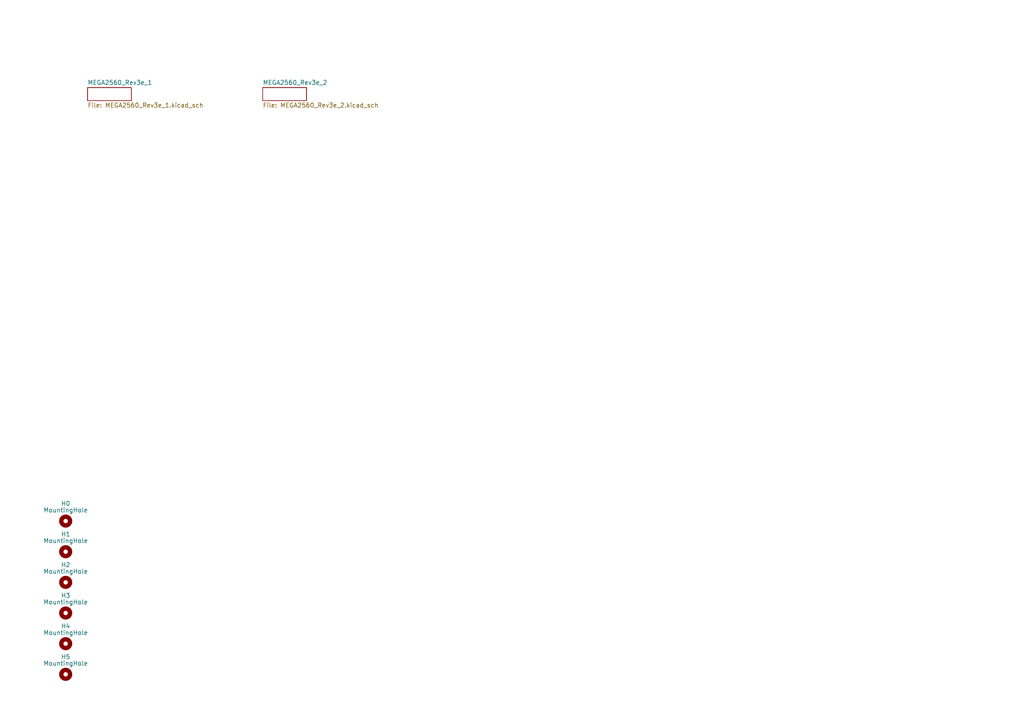
<source format=kicad_sch>
(kicad_sch (version 20211123) (generator eeschema)
  (paper "A4")
  (lib_symbols
    (symbol "Mechanical:MountingHole" (pin_names (offset 1.016))
      (property "Reference" "H" (at 0 5.08 0))
      (property "Value" "MountingHole" (at 0 3.175 0))
      (symbol "MountingHole_0_1"
        (circle (center 0 0) (radius 1.27) (stroke (width 1.27)))
      )
    )
  )
  (symbol (lib_id "Mechanical:MountingHole") (at 19.05 168.91 0) (unit 1)
    (property "Reference" "H2" (at 19.05 163.83 0))
    (property "Value" "MountingHole" (at 19.05 165.735 0))
    (property "Footprint" "MountingHole:MountingHole_3.2mm_M3" (effects hide))
  )
  (symbol (lib_id "Mechanical:MountingHole") (at 19.05 151.13 0) (unit 1)
    (property "Reference" "H0" (at 19.05 146.05 0))
    (property "Value" "MountingHole" (at 19.05 147.955 0))
    (property "Footprint" "MountingHole:MountingHole_3.2mm_M3" (effects hide))
  )
  (symbol (lib_id "Mechanical:MountingHole") (at 19.05 177.8 0) (unit 1)
    (property "Reference" "H3" (at 19.05 172.72 0))
    (property "Value" "MountingHole" (at 19.05 174.625 0))
    (property "Footprint" "MountingHole:MountingHole_3.2mm_M3" (effects hide))
  )
  (symbol (lib_id "Mechanical:MountingHole") (at 19.05 186.69 0) (unit 1)
    (property "Reference" "H4" (at 19.05 181.61 0))
    (property "Value" "MountingHole" (at 19.05 183.515 0))
    (property "Footprint" "MountingHole:MountingHole_3.2mm_M3" (effects hide))
  )
  (symbol (lib_id "Mechanical:MountingHole") (at 19.05 160.02 0) (unit 1)
    (property "Reference" "H1" (at 19.05 154.94 0))
    (property "Value" "MountingHole" (at 19.05 156.845 0))
    (property "Footprint" "MountingHole:MountingHole_3.2mm_M3" (effects hide))
  )
  (symbol (lib_id "Mechanical:MountingHole") (at 19.05 195.58 0) (unit 1)
    (property "Reference" "H5" (at 19.05 190.5 0))
    (property "Value" "MountingHole" (at 19.05 192.405 0))
    (property "Footprint" "MountingHole:MountingHole_3.2mm_M3" (effects hide))
  )
  (sheet (at 25.4 25.4) (size 12.7 3.81)
    (property "Sheet name" "MEGA2560_Rev3e_1" (at 25.4 24.6884 0) (effects (justify left bottom)))
    (property "Sheet file" "MEGA2560_Rev3e_1.kicad_sch" (at 25.4 29.7946 0) (effects (justify left top)))
  )
  (sheet (at 76.2 25.4) (size 12.7 3.81)
    (property "Sheet name" "MEGA2560_Rev3e_2" (at 76.2 24.6884 0) (effects (justify left bottom)))
    (property "Sheet file" "MEGA2560_Rev3e_2.kicad_sch" (at 76.2 29.7946 0) (effects (justify left top)))
  )
)
</source>
